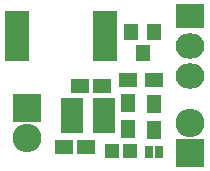
<source format=gts>
G04 #@! TF.FileFunction,Soldermask,Top*
%FSLAX46Y46*%
G04 Gerber Fmt 4.6, Leading zero omitted, Abs format (unit mm)*
G04 Created by KiCad (PCBNEW 4.0.4-stable) date 10/01/16 14:24:09*
%MOMM*%
%LPD*%
G01*
G04 APERTURE LIST*
%ADD10C,0.100000*%
%ADD11R,2.432000X2.432000*%
%ADD12O,2.432000X2.432000*%
%ADD13R,1.600000X1.150000*%
%ADD14R,1.197560X1.197560*%
%ADD15R,0.800000X1.000000*%
%ADD16R,2.100000X4.200000*%
%ADD17R,2.432000X2.127200*%
%ADD18O,2.432000X2.127200*%
%ADD19R,1.202000X1.372000*%
%ADD20R,1.300000X1.600000*%
%ADD21R,1.600000X1.300000*%
%ADD22R,1.960000X1.050000*%
G04 APERTURE END LIST*
D10*
D11*
X168650000Y-119550000D03*
D12*
X168650000Y-122090000D03*
D13*
X175000000Y-117650000D03*
X173100000Y-117650000D03*
X173650000Y-122850000D03*
X171750000Y-122850000D03*
D14*
X175850700Y-123200000D03*
X177349300Y-123200000D03*
D15*
X178900000Y-123250000D03*
X179800000Y-123250000D03*
D16*
X167800000Y-113400000D03*
X175200000Y-113400000D03*
D17*
X182450000Y-111750000D03*
D18*
X182450000Y-114290000D03*
X182450000Y-116830000D03*
D11*
X182450000Y-123300000D03*
D12*
X182450000Y-120760000D03*
D19*
X179350000Y-113100000D03*
X177450000Y-113100000D03*
X178400000Y-114870000D03*
D20*
X177150000Y-119100000D03*
X177150000Y-121300000D03*
D21*
X177150000Y-117150000D03*
X179350000Y-117150000D03*
D20*
X179324000Y-119169000D03*
X179324000Y-121369000D03*
D22*
X172400000Y-119200000D03*
X172400000Y-120150000D03*
X172400000Y-121100000D03*
X175100000Y-121100000D03*
X175100000Y-119200000D03*
X175100000Y-120150000D03*
M02*

</source>
